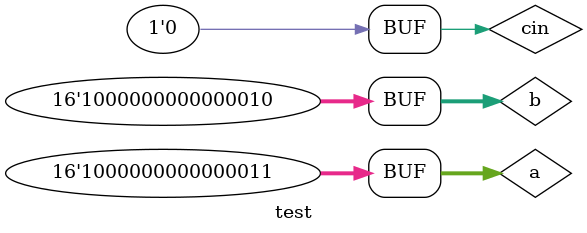
<source format=v>
`timescale 1ns / 1ps


module test();

    reg[15:0] a, b;
    reg cin;
    wire[15:0] s;
    wire cout;
    
    sumator_16biti sum(a, b, cin, s, cout);
        
    initial begin
        cin = 0; a = 16'b1000000000000011; b = 16'b1000000000000010;
    end
endmodule

</source>
